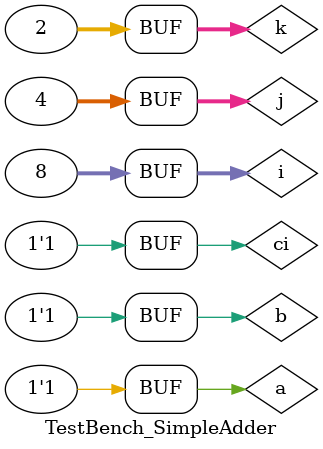
<source format=v>

`include "SimpleAdder.v" 


module TestBench_SimpleAdder();

wire sum,carry;
reg a,b,ci;

//COnnect DUT to TB
SimpleAdder DUT_f(a, b,ci,sum,carry);
integer i, j, k;

initial begin
$display("b1 b2 cin cout b3");
$monitor("%b %b %b %b %b", a, b, ci, carry, sum);



for (i =0 ;i<8 ;i=i+1 ) begin
if(i<4)begin
 #5 ci=0;
end
else if(i>=4)begin
 #5 ci=1;
end
    for (j =0 ;j<4 ;j=j+1 ) begin

    if(j<2)begin
        #5 a=0;
    end
    else if(j>=2)begin
       #5 a=1;
    end
        for (k =0 ;k<2 ;k=k+1 ) begin
            if(k<1)begin
               #5 b=0;
            end
            else if(k>=1)begin
               #5 b=1;
            end
        end
    end
end
end
endmodule
</source>
